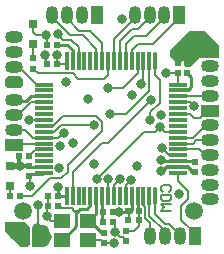
<source format=gtl>
%FSLAX44Y44*%
%MOMM*%
G71*
G01*
G75*
G04 Layer_Physical_Order=1*
G04 Layer_Color=255*
%ADD10R,0.5500X0.6000*%
%ADD11R,0.8000X0.8000*%
%ADD12R,0.6000X0.5500*%
%ADD13R,1.4000X1.1500*%
%ADD14R,1.5000X0.3000*%
%ADD15R,0.3000X1.5000*%
G04:AMPARAMS|DCode=16|XSize=1.5mm|YSize=0.3mm|CornerRadius=0mm|HoleSize=0mm|Usage=FLASHONLY|Rotation=90.000|XOffset=0mm|YOffset=0mm|HoleType=Round|Shape=Octagon|*
%AMOCTAGOND16*
4,1,8,0.0750,0.7500,-0.0750,0.7500,-0.1500,0.6750,-0.1500,-0.6750,-0.0750,-0.7500,0.0750,-0.7500,0.1500,-0.6750,0.1500,0.6750,0.0750,0.7500,0.0*
%
%ADD16OCTAGOND16*%

%ADD17C,0.2000*%
%ADD18C,0.5000*%
%ADD19C,0.2540*%
%ADD20C,0.3000*%
%ADD21C,0.2032*%
%ADD22C,0.3048*%
%ADD23C,0.1778*%
%ADD24C,0.3500*%
%ADD25C,0.1800*%
%ADD26R,1.0160X1.5240*%
%ADD27O,1.0160X1.5240*%
%ADD28O,1.5240X1.0160*%
%ADD29R,1.5240X1.0160*%
G04:AMPARAMS|DCode=30|XSize=1.016mm|YSize=1.524mm|CornerRadius=0mm|HoleSize=0mm|Usage=FLASHONLY|Rotation=90.000|XOffset=0mm|YOffset=0mm|HoleType=Round|Shape=Octagon|*
%AMOCTAGOND30*
4,1,8,-0.7620,-0.2540,-0.7620,0.2540,-0.5080,0.5080,0.5080,0.5080,0.7620,0.2540,0.7620,-0.2540,0.5080,-0.5080,-0.5080,-0.5080,-0.7620,-0.2540,0.0*
%
%ADD30OCTAGOND30*%

%ADD31C,0.8000*%
%ADD32C,1.5000*%
G36*
X-66394Y-85740D02*
X-66568Y-86614D01*
X-66288Y-88020D01*
Y-97784D01*
Y-99816D01*
X-69130Y-102658D01*
X-73887D01*
X-87418Y-89127D01*
Y-81528D01*
X-70606D01*
X-66394Y-85740D01*
D02*
G37*
G36*
X93472Y68072D02*
Y57404D01*
X76962D01*
X71882Y52324D01*
X69596Y50038D01*
X64516D01*
Y53594D01*
X64008Y54102D01*
X63500Y54610D01*
X61976D01*
X60452Y53086D01*
X57658D01*
X55880Y54864D01*
X52324Y58420D01*
Y63754D01*
X69088Y80518D01*
X81026D01*
X93472Y68072D01*
D02*
G37*
D10*
X-63754Y48328D02*
D03*
Y56828D02*
D03*
X66554Y44524D02*
D03*
Y53024D02*
D03*
X14992Y-88962D02*
D03*
Y-97462D02*
D03*
X-3550Y-90994D02*
D03*
Y-99494D02*
D03*
X58680Y44524D02*
D03*
Y53024D02*
D03*
X73158Y-30542D02*
D03*
Y-39042D02*
D03*
X-67304Y-42344D02*
D03*
Y-33844D02*
D03*
D11*
X-63754Y85974D02*
D03*
X-63754Y69474D02*
D03*
X-83312Y-34422D02*
D03*
X-83312Y-50922D02*
D03*
D12*
X-83752Y-59182D02*
D03*
X-75252D02*
D03*
X25338Y-80004D02*
D03*
X16838D02*
D03*
X-44004Y68586D02*
D03*
X-52504D02*
D03*
X-67372Y-25648D02*
D03*
X-75872D02*
D03*
X4002Y-81528D02*
D03*
X-4498D02*
D03*
X-43750Y52076D02*
D03*
X-52250D02*
D03*
X-42734Y-59684D02*
D03*
X-51234D02*
D03*
Y-67812D02*
D03*
X-42734D02*
D03*
X25338Y-72384D02*
D03*
X16838D02*
D03*
X-4498Y-73146D02*
D03*
X4002D02*
D03*
D13*
X-17188Y-96640D02*
D03*
X-39188D02*
D03*
Y-80640D02*
D03*
X-17188D02*
D03*
D14*
X-54960Y24794D02*
D03*
X-54960Y-30206D02*
D03*
Y-20206D02*
D03*
Y-25206D02*
D03*
X59040Y-10206D02*
D03*
Y-25206D02*
D03*
X59040Y-30206D02*
D03*
X-54960Y4794D02*
D03*
X59040Y4794D02*
D03*
X59040Y24794D02*
D03*
X59040Y14794D02*
D03*
X-54960Y14794D02*
D03*
X59040Y19794D02*
D03*
Y-15206D02*
D03*
Y-5206D02*
D03*
X59040Y-206D02*
D03*
X59040Y9794D02*
D03*
X59040Y29794D02*
D03*
Y34794D02*
D03*
X-54960Y29794D02*
D03*
X-54960Y19794D02*
D03*
X-54960Y-5206D02*
D03*
X-54960Y-206D02*
D03*
X-54960Y-40206D02*
D03*
X59040Y-20206D02*
D03*
X-54960Y9794D02*
D03*
Y-15206D02*
D03*
X-54960Y-10206D02*
D03*
Y34794D02*
D03*
X59040Y-35206D02*
D03*
X59040Y-40206D02*
D03*
X-54960Y-35206D02*
D03*
D15*
X-5460Y-59706D02*
D03*
X-15460Y54294D02*
D03*
X-20460Y54294D02*
D03*
X-5460Y54294D02*
D03*
X-460Y-59706D02*
D03*
X4540Y54294D02*
D03*
X19540Y54294D02*
D03*
X-25460Y-59706D02*
D03*
X-20460D02*
D03*
X-35460D02*
D03*
X19540D02*
D03*
X24540D02*
D03*
X9540D02*
D03*
X14540D02*
D03*
X-10460D02*
D03*
X34540D02*
D03*
X4540D02*
D03*
X-460Y54294D02*
D03*
X29540Y-59706D02*
D03*
X-35460Y54294D02*
D03*
X-15460Y-59706D02*
D03*
X-30460D02*
D03*
X-25460Y54294D02*
D03*
X-30460Y54294D02*
D03*
X34540Y54294D02*
D03*
X24540Y54294D02*
D03*
X29540D02*
D03*
X14540D02*
D03*
X9540D02*
D03*
X-10460D02*
D03*
D16*
X39540Y54294D02*
D03*
Y-59706D02*
D03*
D17*
X-54960Y-206D02*
X-47425D01*
X-38837Y8382D01*
X-10862D01*
X-5686Y3206D01*
Y-4162D02*
Y3206D01*
X-34544Y-33020D02*
X-5686Y-4162D01*
X-34544Y-38862D02*
Y-33020D01*
X-40132Y-44450D02*
X-34544Y-38862D01*
X-49784Y-44450D02*
X-40132D01*
X-64516Y-59182D02*
X-49784Y-44450D01*
X-75252Y-59182D02*
X-64516D01*
X-51234Y-67812D02*
Y-59684D01*
X-460Y42974D02*
Y54294D01*
X-3556Y39878D02*
X-460Y42974D01*
X-25654Y39878D02*
X-3556D01*
X-29972Y44196D02*
X-25654Y39878D01*
X-59622Y44196D02*
X-29972D01*
X-63754Y48328D02*
X-59622Y44196D01*
X12452Y32264D02*
X24540Y44352D01*
X-1772Y32264D02*
X12452D01*
X-61220Y76968D02*
X-52826D01*
X-63754Y79502D02*
X-61220Y76968D01*
X-63754Y79502D02*
Y85974D01*
X-63754Y56828D02*
Y69474D01*
X-25460Y54294D02*
Y66862D01*
X-31502Y72904D02*
X-25460Y66862D01*
X-38856Y72904D02*
X-31502D01*
X-43174Y77222D02*
X-38856Y72904D01*
X-83752Y-59182D02*
Y-51244D01*
X-756Y-14980D02*
X35814Y21590D01*
X-5836Y-14980D02*
X-756D01*
X-30460Y-39604D02*
X-5836Y-14980D01*
X-30460Y-59706D02*
Y-39604D01*
X34540Y54294D02*
X34550Y54284D01*
Y29470D02*
Y54284D01*
X1276Y9658D02*
X14738D01*
X34550Y29470D01*
X39540Y42768D02*
Y54294D01*
Y42768D02*
X43688Y38620D01*
Y19558D02*
Y38620D01*
X35312Y11182D02*
X43688Y19558D01*
X35312Y4578D02*
Y11182D01*
X24540Y44352D02*
Y54294D01*
X29540Y39446D02*
Y54294D01*
X26543Y36449D02*
X29540Y39446D01*
X43694Y-1518D02*
X47382Y-5206D01*
X43186Y-1518D02*
X43694D01*
X47382Y-5206D02*
X59040D01*
X39630Y-5074D02*
X43186Y-1518D01*
X29724Y-5074D02*
X39630D01*
X-10154Y-44952D02*
X29724Y-5074D01*
X-40380Y-7868D02*
X-38094D01*
X-42718Y-10206D02*
X-40380Y-7868D01*
X-54960Y-10206D02*
X-42718D01*
X-52318Y68586D02*
Y76074D01*
X14540Y54294D02*
Y69348D01*
X32010Y75952D02*
X47150Y91092D01*
X14540Y69348D02*
X21144Y75952D01*
X32010D01*
X24644Y81540D02*
X34650Y91546D01*
X19818Y81540D02*
X24644D01*
X9540Y71262D02*
X19818Y81540D01*
X9540Y69094D02*
Y71262D01*
Y54294D02*
Y69094D01*
X37852D02*
X59650Y90892D01*
X24644Y69094D02*
X37852D01*
X19540Y63990D02*
X24644Y69094D01*
X19540Y54294D02*
Y63990D01*
X-3550Y-99494D02*
X4510D01*
X5086Y-89910D02*
X9638Y-94462D01*
X11924D02*
X14924Y-97462D01*
X9638Y-94462D02*
X11924D01*
X47150Y93986D02*
Y94746D01*
X47858Y-97122D02*
Y-94228D01*
X44327Y-18028D02*
X51504Y-25206D01*
X59040D01*
X76860Y-20206D02*
X81540Y-24886D01*
X59040Y-15206D02*
X71278D01*
X74044Y-12440D01*
X83572D01*
X82302Y768D02*
X83064D01*
X71328Y-10206D02*
X82302Y768D01*
X59040Y-10206D02*
X71328D01*
X76968Y6610D02*
X79762Y9404D01*
X71888Y6610D02*
X76968D01*
X-48380Y-80640D02*
X-39442D01*
X-51234Y-77786D02*
X-48380Y-80640D01*
X-51816Y-77792D02*
Y-68326D01*
X-40888Y-68066D02*
X-39110Y-69844D01*
X8134Y-46984D02*
Y-44952D01*
X4540Y-50578D02*
X8134Y-46984D01*
X4540Y-59706D02*
Y-50578D01*
X-59944Y-94688D02*
Y-67310D01*
X-17442Y-96640D02*
X-6404D01*
X-3550Y-99494D01*
X-65550Y19794D02*
X-54960D01*
X-76548Y8796D02*
X-65550Y19794D01*
X-79750Y8796D02*
X-76548D01*
X-79750Y-3704D02*
X-70452D01*
X-63950Y-10206D01*
X-54960D01*
X-75786Y49636D02*
X-60944Y34794D01*
X-78734Y49636D02*
X-75786D01*
X-55332Y10166D02*
X-54960Y9794D01*
X68704Y9794D02*
X71888Y6610D01*
X59040Y9794D02*
X68704D01*
X4540Y54294D02*
Y69310D01*
X59040Y-15206D02*
X59464Y-14782D01*
X59040Y-25206D02*
X59204Y-25042D01*
X-42734Y-51624D02*
X-42666Y-51556D01*
X48520Y44456D02*
X58612D01*
X59040Y34794D02*
Y44164D01*
X-53080Y52076D02*
Y60780D01*
X-43428Y52076D02*
Y60390D01*
X-44166Y51822D02*
X-36062D01*
X17600Y-79750D02*
Y-72130D01*
X-66802Y-51054D02*
Y-42350D01*
X59040Y-25206D02*
X59554Y-25720D01*
X-66898Y4794D02*
X-57182D01*
X4540Y69310D02*
Y73374D01*
X22150Y90984D01*
X59040Y24794D02*
X81644D01*
X59040Y-20206D02*
X76860D01*
X59040Y19794D02*
X68610D01*
X72904Y15500D01*
X-78752Y-15206D02*
X-54960D01*
X-39110Y-69844D02*
X-31111D01*
X-28887Y-72067D01*
X-27212Y-73743D01*
X-28887Y-72067D02*
X-25537D01*
X5086Y-89910D02*
Y-82612D01*
X14992Y-88962D02*
X21782D01*
X26100Y-84644D01*
Y-72130D01*
X-460Y-59706D02*
Y-48804D01*
X-3042Y-46222D02*
X-460Y-48804D01*
X14540Y-59706D02*
Y-50484D01*
X19310Y-45714D01*
X59040Y-47102D02*
Y-40206D01*
Y-47102D02*
X67056Y-55118D01*
Y-62484D02*
Y-55118D01*
X61214Y-68326D02*
X67056Y-62484D01*
X61214Y-79502D02*
Y-68326D01*
Y-79502D02*
X72858Y-91146D01*
X29540Y-67241D02*
Y-59706D01*
Y-67241D02*
X31040Y-68741D01*
Y-78284D02*
Y-68741D01*
Y-78284D02*
X35358Y-82602D01*
Y-94228D02*
Y-82602D01*
X34540Y-76196D02*
Y-59706D01*
X47504Y-90418D02*
Y-89160D01*
X34540Y-76196D02*
X47504Y-89160D01*
X50998Y-83092D02*
X57761Y-89855D01*
X48040Y-83092D02*
X50998D01*
X39540Y-74592D02*
X48040Y-83092D01*
X39540Y-74592D02*
Y-59706D01*
X59240Y-91334D02*
X60358D01*
X57761Y-89855D02*
X59240Y-91334D01*
D18*
X-51810Y-97276D02*
Y-91180D01*
X-54604Y-88386D02*
X-51810Y-91180D01*
X-60960Y-86614D02*
X-56376D01*
X-54604Y-88386D01*
X-84074Y-34422D02*
X-75316D01*
X-54610Y-100076D02*
X-51810Y-97276D01*
D19*
X66554Y44524D02*
X69856Y41222D01*
Y32518D02*
Y41222D01*
X67132Y29794D02*
X69856Y32518D01*
X-30460Y54294D02*
Y63602D01*
X-35444Y68586D02*
X-30460Y63602D01*
X-44444Y68586D02*
X-35444D01*
X44202Y-26410D02*
X47998Y-30206D01*
X59040D01*
X-65882Y24794D02*
X-54960D01*
X-69842Y20834D02*
X-65882Y24794D01*
X-75940Y20834D02*
X-69842D01*
X-24329Y-70860D02*
X-18697D01*
X-15460Y-67623D02*
Y-59706D01*
X-18697Y-70860D02*
X-15460Y-67623D01*
X-10460Y-73960D02*
Y-59706D01*
X-11809Y-75309D02*
X-10460Y-73960D01*
X-15614Y-80640D02*
X-5260Y-90994D01*
X-17442Y-80640D02*
X-15614D01*
X-42734Y-59938D02*
Y-51624D01*
X-5460Y-82666D02*
Y-59706D01*
X8642Y-72892D02*
X17714D01*
X58680Y53024D02*
Y63808D01*
X24540Y-70580D02*
Y-59706D01*
X17714Y-72892D02*
X19540Y-71066D01*
Y-59706D01*
X-67614Y-35206D02*
X-54960D01*
X-68109Y-40605D02*
X-55359D01*
X-43046Y-59706D02*
X-35460D01*
X59040Y-30206D02*
X73158D01*
X-36756Y-94922D02*
X-27212Y-85378D01*
Y-73743D01*
X-24329Y-70860D01*
X66554Y53024D02*
X69348Y55818D01*
Y62284D01*
X70110Y63046D01*
D20*
X59040Y29794D02*
X67132D01*
D21*
X-46100Y-5206D02*
X-40380Y514D01*
X-12186D01*
X-54960Y-5206D02*
X-46100D01*
X-10460Y54294D02*
Y65070D01*
X-21844Y76454D02*
X-10460Y65070D01*
X-32512Y76454D02*
X-21844D01*
X-46996Y90938D02*
X-32512Y76454D01*
X-47492Y90938D02*
X-46996D01*
X-5460Y54294D02*
Y70230D01*
X-15748Y80518D02*
X-5460Y70230D01*
X-25146Y80518D02*
X-15748D01*
X-34792Y90164D02*
X-25146Y80518D01*
X-34792Y90164D02*
Y90176D01*
D22*
X49122Y-35206D02*
X59040D01*
X46742Y-37586D02*
X49122Y-35206D01*
X67316D02*
X69564Y-37453D01*
X59040Y-35206D02*
X67316D01*
X69564Y-37548D02*
X71864Y-39848D01*
X69564Y-37548D02*
Y-37453D01*
X71864Y-39848D02*
X72352D01*
D23*
X-67558Y-25394D02*
X-62414Y-20250D01*
X-55044D01*
D24*
X-75872Y-32710D02*
Y-25648D01*
X-74738Y-33844D02*
X-67304D01*
D25*
X51115Y-55878D02*
X52447Y-54545D01*
Y-51879D01*
X51115Y-50546D01*
X45783D01*
X44450Y-51879D01*
Y-54545D01*
X45783Y-55878D01*
X52447Y-58543D02*
X44450D01*
Y-62542D01*
X45783Y-63875D01*
X51115D01*
X52447Y-62542D01*
Y-58543D01*
Y-66541D02*
X44450D01*
X47116Y-69207D01*
X44450Y-71872D01*
X52447D01*
D26*
X-59382Y-94996D02*
D03*
X59650Y93986D02*
D03*
X-10200D02*
D03*
X72858Y-93212D02*
D03*
D27*
X-71882Y-94996D02*
D03*
X22150Y93986D02*
D03*
X34650D02*
D03*
X47150D02*
D03*
X-22700D02*
D03*
X-35200D02*
D03*
X-47700D02*
D03*
X35358Y-93212D02*
D03*
X47858D02*
D03*
X60358D02*
D03*
D28*
X-79750Y21296D02*
D03*
Y8796D02*
D03*
Y-3704D02*
D03*
X85858Y114D02*
D03*
X85858Y-12386D02*
D03*
X85858Y-24886D02*
D03*
X85858Y-37386D02*
D03*
Y-49886D02*
D03*
Y-62386D02*
D03*
Y25198D02*
D03*
Y37698D02*
D03*
Y50198D02*
D03*
X-79750Y74636D02*
D03*
Y62136D02*
D03*
Y49636D02*
D03*
D29*
Y-16204D02*
D03*
X85858Y12614D02*
D03*
Y62698D02*
D03*
D30*
X-79750Y37136D02*
D03*
D31*
X-59944Y-67564D02*
D03*
X-66548Y-51308D02*
D03*
X-54604Y-88386D02*
D03*
X-60960Y-86614D02*
D03*
X-51810Y-76194D02*
D03*
X-30474Y-14726D02*
D03*
X-41910Y-36068D02*
D03*
X36322Y21590D02*
D03*
X-79756Y-92710D02*
D03*
X-17774Y22612D02*
D03*
X-248Y32264D02*
D03*
X35312Y4578D02*
D03*
X48520Y44456D02*
D03*
X-41142Y-17012D02*
D03*
X-35808Y37344D02*
D03*
X-37840Y-6344D02*
D03*
X-52826Y76968D02*
D03*
X-43174Y77222D02*
D03*
X-10154Y-44952D02*
D03*
X44710Y-28696D02*
D03*
X44964Y-18790D02*
D03*
X44456Y8642D02*
D03*
X43440Y-1010D02*
D03*
X4578Y-99562D02*
D03*
X-51810Y-94482D02*
D03*
X-12694Y-32182D02*
D03*
X27184Y35058D02*
D03*
X1530Y9658D02*
D03*
X-67304Y4832D02*
D03*
X5086Y-89910D02*
D03*
X58680Y61220D02*
D03*
X-75178Y-34284D02*
D03*
X-43682Y59950D02*
D03*
X-53588D02*
D03*
X8642Y-72892D02*
D03*
X-42666Y-51556D02*
D03*
X44710Y-38602D02*
D03*
X69348Y62284D02*
D03*
X-12186Y514D02*
D03*
X24136Y-33776D02*
D03*
X19818Y25660D02*
D03*
X72650Y16516D02*
D03*
X11182Y90176D02*
D03*
X-502Y-45206D02*
D03*
X9658D02*
D03*
X19310Y-45714D02*
D03*
X59978Y-58132D02*
D03*
X-74930Y-87376D02*
D03*
D32*
X72500Y-72500D02*
D03*
X-72500D02*
D03*
X72500Y72500D02*
D03*
M02*

</source>
